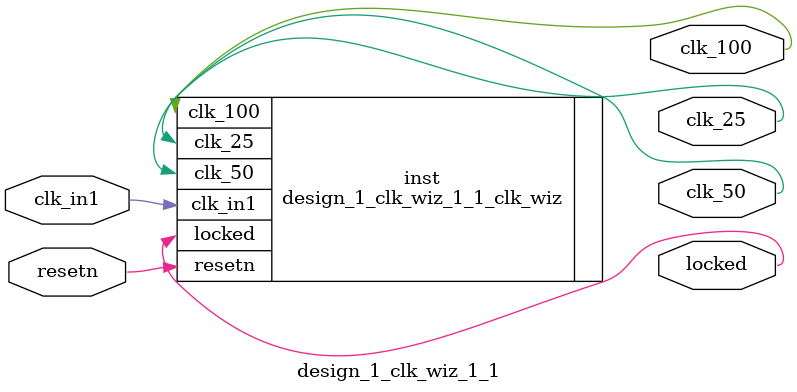
<source format=v>


`timescale 1ps/1ps

(* CORE_GENERATION_INFO = "design_1_clk_wiz_1_1,clk_wiz_v6_0_0_0,{component_name=design_1_clk_wiz_1_1,use_phase_alignment=true,use_min_o_jitter=false,use_max_i_jitter=false,use_dyn_phase_shift=false,use_inclk_switchover=false,use_dyn_reconfig=false,enable_axi=0,feedback_source=FDBK_AUTO,PRIMITIVE=MMCM,num_out_clk=3,clkin1_period=10.000,clkin2_period=10.000,use_power_down=false,use_reset=true,use_locked=true,use_inclk_stopped=false,feedback_type=SINGLE,CLOCK_MGR_TYPE=NA,manual_override=false}" *)

module design_1_clk_wiz_1_1 
 (
  // Clock out ports
  output        clk_100,
  output        clk_25,
  output        clk_50,
  // Status and control signals
  input         resetn,
  output        locked,
 // Clock in ports
  input         clk_in1
 );

  design_1_clk_wiz_1_1_clk_wiz inst
  (
  // Clock out ports  
  .clk_100(clk_100),
  .clk_25(clk_25),
  .clk_50(clk_50),
  // Status and control signals               
  .resetn(resetn), 
  .locked(locked),
 // Clock in ports
  .clk_in1(clk_in1)
  );

endmodule

</source>
